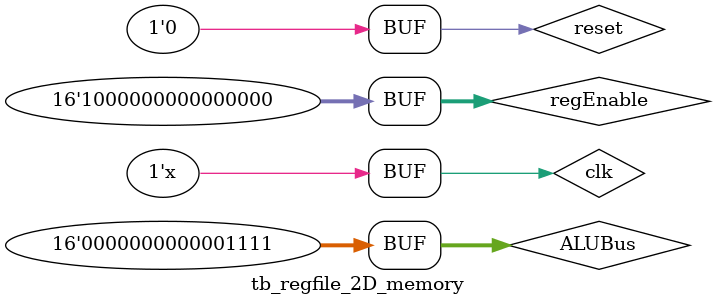
<source format=v>
module tb_regfile_2D_memory;

reg [15:0] ALUBus, regEnable;
reg clk, reset;

wire[15:0] r0,r1,r2,r3,r4,r5,r6,r7,r8,r9,r10,r11,r12,r13,r14,r15;

always #5 clk = ~clk;

	regfile_2D_memory uut(
	.ALUBus(ALUBus),
	.regEnable(regEnable),
	.clk(clk),
	.reset(reset),
	.r0(r0),
	.r1(r1),
	.r2(r2),
	.r3(r3),
	.r4(r4),
	.r5(r5),
	.r6(r6),
	.r7(r7),
	.r8(r8),
	.r9(r9),
	.r10(r10),
	.r11(r11),
	.r12(r12),
	.r13(r13),
	.r14(r14),
	.r15(r15)
	);
	                       
	initial 
		begin
			$monitor("ALUBus: 0x%0h (%0d), regEnable: 0x%0h (%0d), r0: 0x%0h (%0d), r1: 0x%0h (%0d), time:%0d", ALUBus, $signed(ALUBus), regEnable, $signed(regEnable), r0, $signed(r0), r1, $signed(r1), $time );
			
			//Initialize Inputs
			
			ALUBus = 0;
			regEnable = 0;
			clk = 0;
			reset = 0;
			
			#2;
			reset = 1;
			#10;
			reset = 0;
			#10;
			
			ALUBus = 1;
			regEnable = 16'b0100000000000000;
			#10;
			ALUBus = 15;
			#10;
			reset = 1;
			#10;
			reset = 0;
			#10;
			regEnable = 16'b1000000000000000;
			#10;
			
			end
			
endmodule

	
</source>
